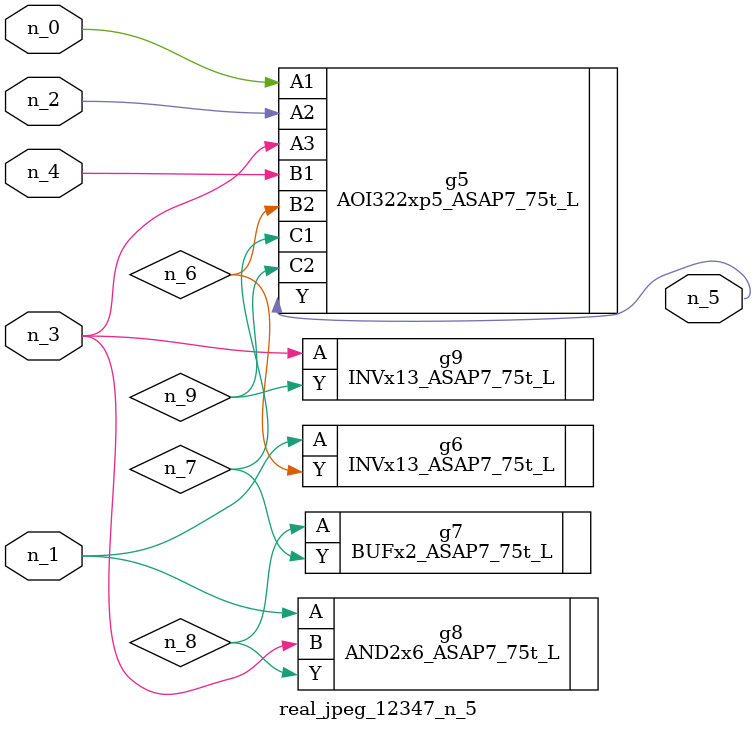
<source format=v>
module real_jpeg_12347_n_5 (n_4, n_0, n_1, n_2, n_3, n_5);

input n_4;
input n_0;
input n_1;
input n_2;
input n_3;

output n_5;

wire n_8;
wire n_6;
wire n_7;
wire n_9;

AOI322xp5_ASAP7_75t_L g5 ( 
.A1(n_0),
.A2(n_2),
.A3(n_3),
.B1(n_4),
.B2(n_6),
.C1(n_7),
.C2(n_9),
.Y(n_5)
);

INVx13_ASAP7_75t_L g6 ( 
.A(n_1),
.Y(n_6)
);

AND2x6_ASAP7_75t_L g8 ( 
.A(n_1),
.B(n_3),
.Y(n_8)
);

INVx13_ASAP7_75t_L g9 ( 
.A(n_3),
.Y(n_9)
);

BUFx2_ASAP7_75t_L g7 ( 
.A(n_8),
.Y(n_7)
);


endmodule
</source>
